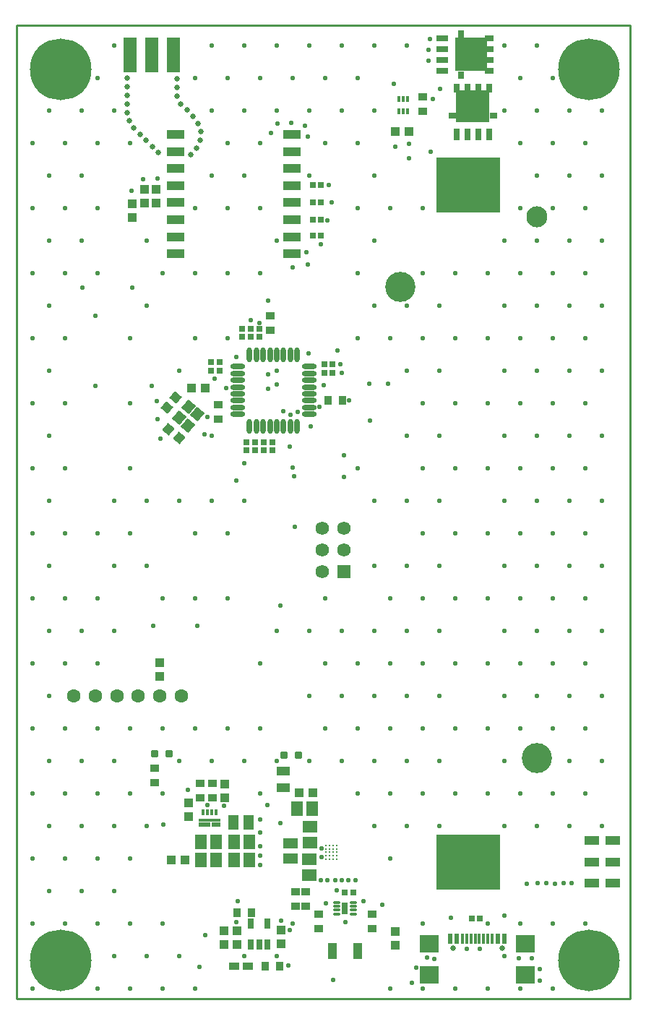
<source format=gts>
G04*
G04 #@! TF.GenerationSoftware,Altium Limited,Altium Designer,18.1.7 (191)*
G04*
G04 Layer_Color=8388736*
%FSLAX25Y25*%
%MOIN*%
G70*
G01*
G75*
%ADD14C,0.01000*%
%ADD51R,0.02362X0.04528*%
%ADD52R,0.01181X0.04528*%
%ADD68R,0.03740X0.03150*%
%ADD69R,0.03740X0.03150*%
%ADD70R,0.15377X0.15059*%
%ADD71R,0.03150X0.03740*%
%ADD72R,0.15059X0.15377*%
%ADD73C,0.01221*%
%ADD74R,0.02717X0.04331*%
%ADD75R,0.02717X0.05315*%
%ADD76R,0.01378X0.02992*%
%ADD77R,0.02677X0.04646*%
%ADD78O,0.03661X0.01299*%
%ADD79R,0.02677X0.05630*%
%ADD80R,0.05433X0.01890*%
%ADD81R,0.04252X0.01890*%
%ADD82R,0.10158X0.01693*%
%ADD83R,0.01299X0.02677*%
%ADD84R,0.08189X0.04252*%
%ADD85R,0.04449X0.07205*%
%ADD86R,0.06024X0.04055*%
%ADD87R,0.04252X0.03465*%
%ADD88R,0.02559X0.02756*%
%ADD89R,0.06299X0.16299*%
%ADD90R,0.04842X0.03661*%
G04:AMPARAMS|DCode=91|XSize=34.65mil|YSize=34.65mil|CornerRadius=5.51mil|HoleSize=0mil|Usage=FLASHONLY|Rotation=180.000|XOffset=0mil|YOffset=0mil|HoleType=Round|Shape=RoundedRectangle|*
%AMROUNDEDRECTD91*
21,1,0.03465,0.02362,0,0,180.0*
21,1,0.02362,0.03465,0,0,180.0*
1,1,0.01102,-0.01181,0.01181*
1,1,0.01102,0.01181,0.01181*
1,1,0.01102,0.01181,-0.01181*
1,1,0.01102,-0.01181,-0.01181*
%
%ADD91ROUNDEDRECTD91*%
%ADD92R,0.06614X0.04252*%
%ADD93R,0.04606X0.07165*%
%ADD94R,0.04055X0.04252*%
%ADD95R,0.08976X0.08268*%
G04:AMPARAMS|DCode=96|XSize=50.39mil|YSize=46.46mil|CornerRadius=0mil|HoleSize=0mil|Usage=FLASHONLY|Rotation=230.000|XOffset=0mil|YOffset=0mil|HoleType=Round|Shape=Rectangle|*
%AMROTATEDRECTD96*
4,1,4,-0.00160,0.03423,0.03399,0.00437,0.00160,-0.03423,-0.03399,-0.00437,-0.00160,0.03423,0.0*
%
%ADD96ROTATEDRECTD96*%

%ADD97R,0.06811X0.05433*%
%ADD98O,0.02480X0.06811*%
%ADD99O,0.06811X0.02480*%
%ADD100R,0.29685X0.25787*%
%ADD101R,0.04252X0.04055*%
G04:AMPARAMS|DCode=102|XSize=42.52mil|YSize=40.55mil|CornerRadius=0mil|HoleSize=0mil|Usage=FLASHONLY|Rotation=140.000|XOffset=0mil|YOffset=0mil|HoleType=Round|Shape=Rectangle|*
%AMROTATEDRECTD102*
4,1,4,0.02932,0.00187,0.00325,-0.02920,-0.02932,-0.00187,-0.00325,0.02920,0.02932,0.00187,0.0*
%
%ADD102ROTATEDRECTD102*%

G04:AMPARAMS|DCode=103|XSize=42.52mil|YSize=40.55mil|CornerRadius=0mil|HoleSize=0mil|Usage=FLASHONLY|Rotation=50.000|XOffset=0mil|YOffset=0mil|HoleType=Round|Shape=Rectangle|*
%AMROTATEDRECTD103*
4,1,4,0.00187,-0.02932,-0.02920,-0.00325,-0.00187,0.02932,0.02920,0.00325,0.00187,-0.02932,0.0*
%
%ADD103ROTATEDRECTD103*%

%ADD104R,0.05433X0.06811*%
%ADD105R,0.07165X0.04606*%
%ADD106R,0.04331X0.02717*%
%ADD107R,0.05315X0.02717*%
%ADD108R,0.03465X0.04252*%
%ADD109R,0.02756X0.02559*%
%ADD110C,0.28400*%
%ADD111C,0.02900*%
%ADD112R,0.06221X0.06221*%
%ADD113C,0.06221*%
%ADD114C,0.02559*%
%ADD115C,0.06315*%
%ADD116C,0.13898*%
%ADD117C,0.09724*%
%ADD118C,0.02306*%
%ADD119C,0.02606*%
D14*
X28500Y-500D02*
Y448500D01*
Y-500D02*
X28800D01*
X311500D01*
X311500Y448500D02*
X311500Y-500D01*
X28500Y448500D02*
X311500D01*
D51*
X253650Y26932D02*
D03*
X250500D02*
D03*
X231594D02*
D03*
X228445D02*
D03*
D52*
X247942D02*
D03*
X245974D02*
D03*
X244005D02*
D03*
X242037D02*
D03*
X240069D02*
D03*
X238100D02*
D03*
X236132D02*
D03*
X234154D02*
D03*
D68*
X248547Y406728D02*
D03*
D69*
X229570Y406675D02*
D03*
D70*
X238988Y411207D02*
D03*
D71*
X233728Y425453D02*
D03*
X233675Y444430D02*
D03*
D72*
X238207Y435011D02*
D03*
D73*
X176075Y63776D02*
D03*
X174500Y63776D02*
D03*
X172925Y63776D02*
D03*
X171350Y63776D02*
D03*
X176075Y65350D02*
D03*
X174500D02*
D03*
X172925Y65350D02*
D03*
X171350Y65350D02*
D03*
X176075Y66925D02*
D03*
X174500Y66925D02*
D03*
X172925Y66925D02*
D03*
X171350Y66925D02*
D03*
X176075Y68500D02*
D03*
X174500Y68500D02*
D03*
X172925Y68500D02*
D03*
X171350D02*
D03*
X176075Y70075D02*
D03*
X174500Y70075D02*
D03*
X172925Y70075D02*
D03*
X171350Y70075D02*
D03*
D74*
X246480Y419484D02*
D03*
X241559Y419484D02*
D03*
X236539Y419484D02*
D03*
X231520Y419484D02*
D03*
D75*
X231520Y397969D02*
D03*
X246480D02*
D03*
X236539Y397969D02*
D03*
X241559Y397969D02*
D03*
D76*
X208968Y408665D02*
D03*
X207000Y408665D02*
D03*
X205031Y408665D02*
D03*
Y414335D02*
D03*
X207000Y414335D02*
D03*
X208968Y414335D02*
D03*
D77*
X136697Y34012D02*
D03*
X144177Y34012D02*
D03*
X144177Y24563D02*
D03*
X140437Y24563D02*
D03*
X136697Y24563D02*
D03*
D78*
X176260Y38543D02*
D03*
X176260Y40314D02*
D03*
X176260Y42086D02*
D03*
Y43857D02*
D03*
X183740Y43857D02*
D03*
X183740Y42086D02*
D03*
X183740Y40314D02*
D03*
Y38543D02*
D03*
D79*
X180000Y41200D02*
D03*
D80*
X115138Y79642D02*
D03*
D81*
X120453D02*
D03*
D82*
X117500Y81709D02*
D03*
D83*
X120453Y85311D02*
D03*
X118484Y85311D02*
D03*
X116516Y85311D02*
D03*
X114547Y85311D02*
D03*
D84*
X155500Y343000D02*
D03*
X155500Y350874D02*
D03*
X155500Y358748D02*
D03*
Y366622D02*
D03*
X155500Y374496D02*
D03*
X155500Y382370D02*
D03*
X155500Y390244D02*
D03*
X155500Y398118D02*
D03*
X101957Y343000D02*
D03*
X101957Y398118D02*
D03*
X101957Y390244D02*
D03*
X101957Y382370D02*
D03*
X101957Y374496D02*
D03*
X101957Y366622D02*
D03*
X101957Y358748D02*
D03*
Y350874D02*
D03*
D85*
X185906Y21500D02*
D03*
X174094D02*
D03*
D86*
X151600Y96663D02*
D03*
Y104537D02*
D03*
D87*
X162000Y41954D02*
D03*
Y48647D02*
D03*
X145500Y314347D02*
D03*
X145500Y307653D02*
D03*
X121500Y273346D02*
D03*
Y266653D02*
D03*
X119000Y98614D02*
D03*
X119000Y91921D02*
D03*
X216000Y408654D02*
D03*
X216000Y415346D02*
D03*
X113319Y91921D02*
D03*
X113319Y98614D02*
D03*
X92200Y105646D02*
D03*
X92200Y98954D02*
D03*
X192500Y31807D02*
D03*
Y38500D02*
D03*
X168000Y31807D02*
D03*
Y38500D02*
D03*
X157100Y48646D02*
D03*
Y41954D02*
D03*
D88*
X183740Y48400D02*
D03*
X179961D02*
D03*
X170500Y288000D02*
D03*
X174279Y288000D02*
D03*
X170500Y292000D02*
D03*
X174279Y292000D02*
D03*
X165110Y351319D02*
D03*
X168890Y351319D02*
D03*
X165110Y358819D02*
D03*
X168890D02*
D03*
X165110Y366819D02*
D03*
X168890D02*
D03*
X165110Y374819D02*
D03*
X168890Y374819D02*
D03*
X122071Y293000D02*
D03*
X118291Y293000D02*
D03*
X122071Y289000D02*
D03*
X118291Y289000D02*
D03*
X238610Y36500D02*
D03*
X242390D02*
D03*
D89*
X101000Y434642D02*
D03*
X81000D02*
D03*
X91000D02*
D03*
D90*
X135150Y14500D02*
D03*
X128850D02*
D03*
D91*
X92353Y112300D02*
D03*
X99046Y112300D02*
D03*
X151953Y111800D02*
D03*
X158647Y111800D02*
D03*
D92*
X303500Y52658D02*
D03*
Y62500D02*
D03*
Y72342D02*
D03*
X294051D02*
D03*
Y62500D02*
D03*
Y52658D02*
D03*
D93*
X135484Y80768D02*
D03*
X128516Y80768D02*
D03*
D94*
X99850Y63268D02*
D03*
X106150Y63268D02*
D03*
X203350Y399500D02*
D03*
X209650D02*
D03*
X115650Y281000D02*
D03*
X109350Y281000D02*
D03*
X158850Y94500D02*
D03*
X165150Y94500D02*
D03*
D95*
X263301Y10318D02*
D03*
X218947D02*
D03*
X219045Y24590D02*
D03*
X263202D02*
D03*
D96*
X107778Y272543D02*
D03*
X103476Y267416D02*
D03*
X112000Y269000D02*
D03*
X107698Y263873D02*
D03*
D97*
X163700Y56513D02*
D03*
Y63600D02*
D03*
X163900Y78587D02*
D03*
X163900Y71500D02*
D03*
D98*
X135976Y296535D02*
D03*
X139126Y296535D02*
D03*
X142276Y296535D02*
D03*
X145425Y296535D02*
D03*
X148575Y296535D02*
D03*
X151724Y296535D02*
D03*
X154874Y296535D02*
D03*
X158024Y296535D02*
D03*
X158024Y263465D02*
D03*
X154874Y263465D02*
D03*
X151724D02*
D03*
X148575Y263465D02*
D03*
X145425Y263465D02*
D03*
X142276Y263465D02*
D03*
X139126D02*
D03*
X135976D02*
D03*
D99*
X163535Y291024D02*
D03*
X163535Y287874D02*
D03*
X163535Y284724D02*
D03*
X163535Y281575D02*
D03*
X163535Y278425D02*
D03*
X163535Y275276D02*
D03*
X163535Y272126D02*
D03*
X163535Y268976D02*
D03*
X130465Y268976D02*
D03*
Y272126D02*
D03*
X130465Y275276D02*
D03*
X130465Y278425D02*
D03*
X130465Y281575D02*
D03*
X130465Y284724D02*
D03*
Y287874D02*
D03*
X130465Y291024D02*
D03*
D100*
X237004Y62508D02*
D03*
X237004Y374870D02*
D03*
D101*
X93000Y372650D02*
D03*
Y366350D02*
D03*
X87500Y372650D02*
D03*
Y366350D02*
D03*
X130177Y30811D02*
D03*
X130177Y24512D02*
D03*
X150602Y31012D02*
D03*
X150602Y24713D02*
D03*
X108000Y83350D02*
D03*
X108000Y89650D02*
D03*
X124500Y92118D02*
D03*
X124500Y98417D02*
D03*
X81772Y359850D02*
D03*
Y366150D02*
D03*
X94500Y148150D02*
D03*
X94500Y154450D02*
D03*
X124177Y30811D02*
D03*
X124177Y24512D02*
D03*
X203102Y30512D02*
D03*
X203102Y24213D02*
D03*
D102*
X102024Y276913D02*
D03*
X97975Y272087D02*
D03*
D103*
X103413Y257976D02*
D03*
X98587Y262024D02*
D03*
D104*
X165000Y87000D02*
D03*
X157913Y87000D02*
D03*
X113504Y63315D02*
D03*
X120590D02*
D03*
X113547Y71815D02*
D03*
X120634Y71815D02*
D03*
X136043Y63268D02*
D03*
X128957Y63268D02*
D03*
X136043Y71768D02*
D03*
X128957Y71768D02*
D03*
D105*
X154900Y64016D02*
D03*
X154900Y70984D02*
D03*
D106*
X246484Y427520D02*
D03*
Y432441D02*
D03*
Y437461D02*
D03*
Y442480D02*
D03*
D107*
X224969D02*
D03*
Y427520D02*
D03*
Y437461D02*
D03*
Y432441D02*
D03*
D108*
X178874Y275500D02*
D03*
X172181Y275500D02*
D03*
X143154Y14500D02*
D03*
X149846Y14500D02*
D03*
X136846Y39000D02*
D03*
X130154Y39000D02*
D03*
D109*
X140500Y304610D02*
D03*
X140500Y308390D02*
D03*
X136500Y304610D02*
D03*
X136500Y308390D02*
D03*
X132500Y304610D02*
D03*
Y308390D02*
D03*
X134500Y256071D02*
D03*
X134500Y252291D02*
D03*
X138500Y256071D02*
D03*
Y252291D02*
D03*
X142500Y256071D02*
D03*
Y252291D02*
D03*
X146500Y256071D02*
D03*
Y252291D02*
D03*
D110*
X292406Y17000D02*
D03*
X49000D02*
D03*
X292656Y428000D02*
D03*
X49000D02*
D03*
D111*
X283812Y22469D02*
D03*
X296000Y26531D02*
D03*
X301000Y22469D02*
D03*
X302562Y17000D02*
D03*
X301000Y11531D02*
D03*
X296000Y7469D02*
D03*
X288812D02*
D03*
X283812Y11531D02*
D03*
X282250Y17000D02*
D03*
X288812Y26531D02*
D03*
X40406Y22469D02*
D03*
X52594Y26531D02*
D03*
X57594Y22469D02*
D03*
X59156Y17000D02*
D03*
X57594Y11531D02*
D03*
X52594Y7469D02*
D03*
X45406D02*
D03*
X40406Y11531D02*
D03*
X38844Y17000D02*
D03*
X45406Y26531D02*
D03*
X284063Y433469D02*
D03*
X296250Y437531D02*
D03*
X301250Y433469D02*
D03*
X302813Y428000D02*
D03*
X301250Y422531D02*
D03*
X296250Y418469D02*
D03*
X289062D02*
D03*
X284063Y422531D02*
D03*
X282500Y428000D02*
D03*
X289062Y437531D02*
D03*
X40406Y433469D02*
D03*
X52594Y437531D02*
D03*
X57594Y433469D02*
D03*
X59156Y428000D02*
D03*
X57594Y422531D02*
D03*
X52594Y418469D02*
D03*
X45406D02*
D03*
X40406Y422531D02*
D03*
X38844Y428000D02*
D03*
X45406Y437531D02*
D03*
D112*
X179500Y196500D02*
D03*
D113*
X169500D02*
D03*
X179500Y206500D02*
D03*
X169500D02*
D03*
X179500Y216500D02*
D03*
X169500D02*
D03*
D114*
X229745Y22700D02*
D03*
X252500D02*
D03*
D115*
X104449Y139100D02*
D03*
X94567D02*
D03*
X84685D02*
D03*
X64882D02*
D03*
X74764D02*
D03*
X55000D02*
D03*
D116*
X205508Y327823D02*
D03*
X268500Y110500D02*
D03*
D117*
X268500Y360185D02*
D03*
D118*
X298500Y409000D02*
D03*
X291000Y394000D02*
D03*
X298500Y379000D02*
D03*
X291000Y364000D02*
D03*
X298500Y349000D02*
D03*
X291000Y334000D02*
D03*
X298500Y319000D02*
D03*
X291000Y304000D02*
D03*
X298500Y289000D02*
D03*
X291000Y274000D02*
D03*
X298500Y259000D02*
D03*
X291000Y244000D02*
D03*
X298500Y229000D02*
D03*
X291000Y214000D02*
D03*
X298500Y199000D02*
D03*
X291000Y184000D02*
D03*
X298500Y169000D02*
D03*
X291000Y154000D02*
D03*
X298500Y139000D02*
D03*
X291000Y124000D02*
D03*
X298500Y109000D02*
D03*
X291000Y94000D02*
D03*
X298500Y79000D02*
D03*
X291000Y34000D02*
D03*
X276000Y424000D02*
D03*
X283500Y409000D02*
D03*
X276000Y394000D02*
D03*
X283500Y379000D02*
D03*
X276000Y364000D02*
D03*
X283500Y349000D02*
D03*
X276000Y334000D02*
D03*
X283500Y319000D02*
D03*
X276000Y304000D02*
D03*
X283500Y289000D02*
D03*
X276000Y274000D02*
D03*
X283500Y259000D02*
D03*
X276000Y244000D02*
D03*
X283500Y229000D02*
D03*
X276000Y214000D02*
D03*
X283500Y199000D02*
D03*
X276000Y184000D02*
D03*
X283500Y169000D02*
D03*
X276000Y154000D02*
D03*
X283500Y139000D02*
D03*
X276000Y124000D02*
D03*
X283500Y109000D02*
D03*
X276000Y94000D02*
D03*
X283500Y79000D02*
D03*
X276000Y34000D02*
D03*
Y4000D02*
D03*
X268500Y439000D02*
D03*
X261000Y424000D02*
D03*
X268500Y409000D02*
D03*
X261000Y394000D02*
D03*
X268500Y379000D02*
D03*
X261000Y364000D02*
D03*
X268500Y349000D02*
D03*
X261000Y334000D02*
D03*
X268500Y319000D02*
D03*
X261000Y304000D02*
D03*
X268500Y289000D02*
D03*
X261000Y274000D02*
D03*
X268500Y259000D02*
D03*
X261000Y244000D02*
D03*
X268500Y229000D02*
D03*
X261000Y214000D02*
D03*
X268500Y199000D02*
D03*
X261000Y184000D02*
D03*
X268500Y169000D02*
D03*
X261000Y154000D02*
D03*
X268500Y139000D02*
D03*
X261000Y124000D02*
D03*
Y94000D02*
D03*
X268500Y79000D02*
D03*
X261000Y34000D02*
D03*
Y4000D02*
D03*
X253500Y439000D02*
D03*
Y409000D02*
D03*
Y349000D02*
D03*
X246000Y334000D02*
D03*
X253500Y319000D02*
D03*
X246000Y304000D02*
D03*
X253500Y289000D02*
D03*
X246000Y274000D02*
D03*
X253500Y259000D02*
D03*
X246000Y244000D02*
D03*
X253500Y229000D02*
D03*
X246000Y214000D02*
D03*
X253500Y199000D02*
D03*
X246000Y184000D02*
D03*
X253500Y169000D02*
D03*
X246000Y154000D02*
D03*
X253500Y139000D02*
D03*
X246000Y124000D02*
D03*
X253500Y109000D02*
D03*
X246000Y94000D02*
D03*
X253500Y79000D02*
D03*
X246000Y34000D02*
D03*
X253500Y19000D02*
D03*
X246000Y4000D02*
D03*
X231000Y334000D02*
D03*
Y304000D02*
D03*
Y274000D02*
D03*
Y244000D02*
D03*
Y214000D02*
D03*
Y184000D02*
D03*
Y154000D02*
D03*
Y124000D02*
D03*
Y94000D02*
D03*
Y4000D02*
D03*
X216000Y364000D02*
D03*
Y334000D02*
D03*
X223500Y319000D02*
D03*
X216000Y304000D02*
D03*
X223500Y289000D02*
D03*
X216000Y274000D02*
D03*
X223500Y259000D02*
D03*
X216000Y244000D02*
D03*
X223500Y229000D02*
D03*
X216000Y214000D02*
D03*
X223500Y199000D02*
D03*
X216000Y184000D02*
D03*
X223500Y169000D02*
D03*
X216000Y154000D02*
D03*
X223500Y139000D02*
D03*
X216000Y124000D02*
D03*
X223500Y109000D02*
D03*
X216000Y94000D02*
D03*
X223500Y79000D02*
D03*
X216000Y34000D02*
D03*
Y4000D02*
D03*
X208500Y439000D02*
D03*
X201000Y364000D02*
D03*
X208500Y319000D02*
D03*
X201000Y304000D02*
D03*
X208500Y289000D02*
D03*
Y259000D02*
D03*
Y229000D02*
D03*
Y199000D02*
D03*
X201000Y184000D02*
D03*
X208500Y169000D02*
D03*
X201000Y154000D02*
D03*
X208500Y139000D02*
D03*
X201000Y124000D02*
D03*
X208500Y109000D02*
D03*
X201000Y94000D02*
D03*
X208500Y79000D02*
D03*
X201000Y64000D02*
D03*
Y4000D02*
D03*
X193500Y439000D02*
D03*
X186000Y424000D02*
D03*
X193500Y409000D02*
D03*
X186000Y394000D02*
D03*
X193500Y379000D02*
D03*
X186000Y364000D02*
D03*
X193500Y349000D02*
D03*
X186000Y334000D02*
D03*
X193500Y319000D02*
D03*
X186000Y304000D02*
D03*
Y244000D02*
D03*
X193500Y229000D02*
D03*
Y199000D02*
D03*
Y169000D02*
D03*
X186000Y154000D02*
D03*
X193500Y139000D02*
D03*
X186000Y124000D02*
D03*
X193500Y109000D02*
D03*
X186000Y94000D02*
D03*
X193500Y79000D02*
D03*
X178500Y439000D02*
D03*
X171000Y424000D02*
D03*
X178500Y409000D02*
D03*
X171000Y394000D02*
D03*
Y184000D02*
D03*
X178500Y169000D02*
D03*
X171000Y154000D02*
D03*
X178500Y139000D02*
D03*
X171000Y124000D02*
D03*
X178500Y109000D02*
D03*
X163500Y439000D02*
D03*
X156000Y424000D02*
D03*
X163500Y409000D02*
D03*
Y379000D02*
D03*
Y169000D02*
D03*
Y139000D02*
D03*
Y109000D02*
D03*
X156000Y34000D02*
D03*
X148500Y439000D02*
D03*
X141000Y424000D02*
D03*
X148500Y409000D02*
D03*
X141000Y394000D02*
D03*
Y364000D02*
D03*
X148500Y349000D02*
D03*
X141000Y334000D02*
D03*
X148500Y289000D02*
D03*
Y169000D02*
D03*
X141000Y154000D02*
D03*
Y124000D02*
D03*
X148500Y109000D02*
D03*
X141000Y94000D02*
D03*
X148500Y19000D02*
D03*
X133500Y439000D02*
D03*
X126000Y424000D02*
D03*
X133500Y409000D02*
D03*
X126000Y394000D02*
D03*
X133500Y379000D02*
D03*
X126000Y364000D02*
D03*
Y334000D02*
D03*
Y304000D02*
D03*
X133500Y229000D02*
D03*
X126000Y214000D02*
D03*
Y184000D02*
D03*
Y124000D02*
D03*
X133500Y109000D02*
D03*
Y19000D02*
D03*
X118500Y439000D02*
D03*
X111000Y424000D02*
D03*
X118500Y409000D02*
D03*
Y379000D02*
D03*
X111000Y364000D02*
D03*
Y334000D02*
D03*
Y304000D02*
D03*
X118500Y259000D02*
D03*
Y229000D02*
D03*
X111000Y214000D02*
D03*
Y184000D02*
D03*
Y124000D02*
D03*
X118500Y109000D02*
D03*
X111000Y4000D02*
D03*
X96000Y334000D02*
D03*
X103500Y289000D02*
D03*
Y229000D02*
D03*
X96000Y184000D02*
D03*
Y124000D02*
D03*
X103500Y109000D02*
D03*
X96000Y94000D02*
D03*
Y34000D02*
D03*
X103500Y19000D02*
D03*
X96000Y4000D02*
D03*
X81000Y394000D02*
D03*
X88500Y349000D02*
D03*
Y319000D02*
D03*
X81000Y304000D02*
D03*
Y274000D02*
D03*
Y244000D02*
D03*
X88500Y229000D02*
D03*
X81000Y214000D02*
D03*
X88500Y199000D02*
D03*
X81000Y124000D02*
D03*
Y94000D02*
D03*
X88500Y79000D02*
D03*
X81000Y64000D02*
D03*
Y34000D02*
D03*
X88500Y19000D02*
D03*
X81000Y4000D02*
D03*
X73500Y439000D02*
D03*
X66000Y424000D02*
D03*
X73500Y409000D02*
D03*
X66000Y394000D02*
D03*
Y364000D02*
D03*
Y334000D02*
D03*
X73500Y229000D02*
D03*
X66000Y214000D02*
D03*
X73500Y199000D02*
D03*
X66000Y184000D02*
D03*
X73500Y169000D02*
D03*
X66000Y154000D02*
D03*
Y124000D02*
D03*
X73500Y109000D02*
D03*
X66000Y94000D02*
D03*
X73500Y79000D02*
D03*
X66000Y64000D02*
D03*
X73500Y49000D02*
D03*
X66000Y34000D02*
D03*
X73500Y19000D02*
D03*
X66000Y4000D02*
D03*
X58500Y409000D02*
D03*
X51000Y394000D02*
D03*
X58500Y379000D02*
D03*
X51000Y364000D02*
D03*
X58500Y349000D02*
D03*
X51000Y334000D02*
D03*
Y304000D02*
D03*
Y274000D02*
D03*
Y244000D02*
D03*
Y214000D02*
D03*
Y184000D02*
D03*
X58500Y169000D02*
D03*
X51000Y154000D02*
D03*
Y124000D02*
D03*
X58500Y109000D02*
D03*
X51000Y94000D02*
D03*
X58500Y79000D02*
D03*
X51000Y64000D02*
D03*
X58500Y49000D02*
D03*
X51000Y34000D02*
D03*
X43500Y409000D02*
D03*
X36000Y394000D02*
D03*
X43500Y379000D02*
D03*
X36000Y364000D02*
D03*
X43500Y349000D02*
D03*
X36000Y334000D02*
D03*
X43500Y319000D02*
D03*
X36000Y304000D02*
D03*
X43500Y289000D02*
D03*
X36000Y274000D02*
D03*
X43500Y259000D02*
D03*
X36000Y244000D02*
D03*
X43500Y229000D02*
D03*
X36000Y214000D02*
D03*
X43500Y199000D02*
D03*
X36000Y184000D02*
D03*
X43500Y169000D02*
D03*
X36000Y154000D02*
D03*
X43500Y139000D02*
D03*
X36000Y124000D02*
D03*
X43500Y109000D02*
D03*
X36000Y94000D02*
D03*
X43500Y79000D02*
D03*
X36000Y64000D02*
D03*
X43500Y49000D02*
D03*
X36000Y34000D02*
D03*
Y4000D02*
D03*
X116700Y267663D02*
D03*
X140500Y311000D02*
D03*
X115225Y281025D02*
D03*
X209400Y387000D02*
D03*
X209700Y393800D02*
D03*
X202716Y421400D02*
D03*
X151700Y270400D02*
D03*
X158200Y270000D02*
D03*
X236100Y22400D02*
D03*
X242087Y22429D02*
D03*
X124100Y88400D02*
D03*
X116600Y88600D02*
D03*
X136700Y312276D02*
D03*
X140900Y65400D02*
D03*
X169200Y68900D02*
D03*
X169167Y64911D02*
D03*
X156600Y64000D02*
D03*
X153700D02*
D03*
X156400Y70984D02*
D03*
X153100Y70900D02*
D03*
X144200Y88900D02*
D03*
X150200Y80400D02*
D03*
X96100Y79600D02*
D03*
X107600Y95600D02*
D03*
X176200Y49500D02*
D03*
X180300Y34900D02*
D03*
X269800Y7800D02*
D03*
Y13100D02*
D03*
X212900Y13800D02*
D03*
X211000Y6600D02*
D03*
X228900Y36700D02*
D03*
X253600Y37800D02*
D03*
X266200Y18000D02*
D03*
X260200Y18100D02*
D03*
X221200Y17800D02*
D03*
X217800Y18300D02*
D03*
X220400Y414300D02*
D03*
X219200Y442100D02*
D03*
X218500Y437200D02*
D03*
X218600Y432200D02*
D03*
X148900Y403100D02*
D03*
X145900Y398800D02*
D03*
X155300Y403400D02*
D03*
X161700Y402200D02*
D03*
X163000Y397100D02*
D03*
X162800Y338200D02*
D03*
X155900Y336700D02*
D03*
X162300Y343800D02*
D03*
X93700Y377800D02*
D03*
X86800Y377400D02*
D03*
X81500Y372200D02*
D03*
X115100Y259700D02*
D03*
X94800Y257600D02*
D03*
X93100Y275000D02*
D03*
X93700Y266800D02*
D03*
X164300Y263500D02*
D03*
X129760Y295253D02*
D03*
X163100Y297100D02*
D03*
X144600Y280900D02*
D03*
X144400Y287500D02*
D03*
X148600Y282700D02*
D03*
X119800Y285300D02*
D03*
X130500Y44300D02*
D03*
X129900Y34900D02*
D03*
X150400Y35500D02*
D03*
X154400Y31200D02*
D03*
X154900Y268900D02*
D03*
X115500Y28600D02*
D03*
X112800Y14100D02*
D03*
X170200Y282300D02*
D03*
X191200Y283100D02*
D03*
X200000D02*
D03*
X150200Y180900D02*
D03*
X171200Y43500D02*
D03*
X197200Y42800D02*
D03*
X174400Y8100D02*
D03*
X153872Y14772D02*
D03*
X188600Y44300D02*
D03*
X179500Y250000D02*
D03*
Y240000D02*
D03*
X154500Y254000D02*
D03*
X156000Y244500D02*
D03*
X191500Y266000D02*
D03*
X168150Y272350D02*
D03*
X176500Y298500D02*
D03*
X178000Y292000D02*
D03*
X178500Y288000D02*
D03*
X182000Y275500D02*
D03*
X172681Y374819D02*
D03*
X156500Y240500D02*
D03*
X157000Y217000D02*
D03*
X144500Y321500D02*
D03*
X133500Y246500D02*
D03*
X130000Y238500D02*
D03*
X81772Y327394D02*
D03*
X91000Y282000D02*
D03*
X112000Y171500D02*
D03*
X91500D02*
D03*
X59000Y327500D02*
D03*
X65000Y314500D02*
D03*
Y282000D02*
D03*
X173894Y366606D02*
D03*
X172000Y358500D02*
D03*
X169000Y347500D02*
D03*
X219500Y390000D02*
D03*
X203350Y392350D02*
D03*
X185000Y54000D02*
D03*
X169000D02*
D03*
X172000D02*
D03*
X178500D02*
D03*
X175500D02*
D03*
X277000Y52500D02*
D03*
X264000D02*
D03*
X269000Y52658D02*
D03*
X284500D02*
D03*
X141000Y82000D02*
D03*
Y76000D02*
D03*
Y69750D02*
D03*
Y61000D02*
D03*
X181500Y54000D02*
D03*
X281000Y52658D02*
D03*
X273000D02*
D03*
X135484Y80768D02*
D03*
X125350Y281150D02*
D03*
X224000Y419000D02*
D03*
D119*
X107150Y409294D02*
D03*
X112315Y403220D02*
D03*
X109978Y406465D02*
D03*
X102575Y419721D02*
D03*
Y423721D02*
D03*
X104321Y412122D02*
D03*
X102575Y415721D02*
D03*
X113422Y399376D02*
D03*
X113187Y395382D02*
D03*
X108802Y388836D02*
D03*
X111570Y391724D02*
D03*
X80473Y404356D02*
D03*
X91172Y392534D02*
D03*
X94023Y389728D02*
D03*
X82699Y401032D02*
D03*
X88343Y395363D02*
D03*
X85515Y398191D02*
D03*
X79425Y424230D02*
D03*
Y420230D02*
D03*
Y416230D02*
D03*
Y412230D02*
D03*
X79481Y408230D02*
D03*
M02*

</source>
